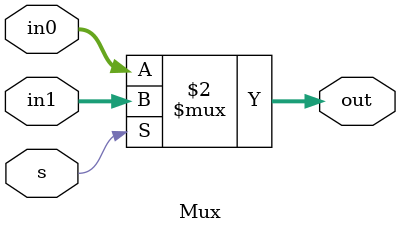
<source format=v>
module Mux (in0 , in1, s, out );
  input [31:0] in0; 
  input [31:0] in1;
  input s;
  output [31:0]out;
  
    assign out = (s == 0 ) ? in0 : in1;
    
 endmodule


</source>
